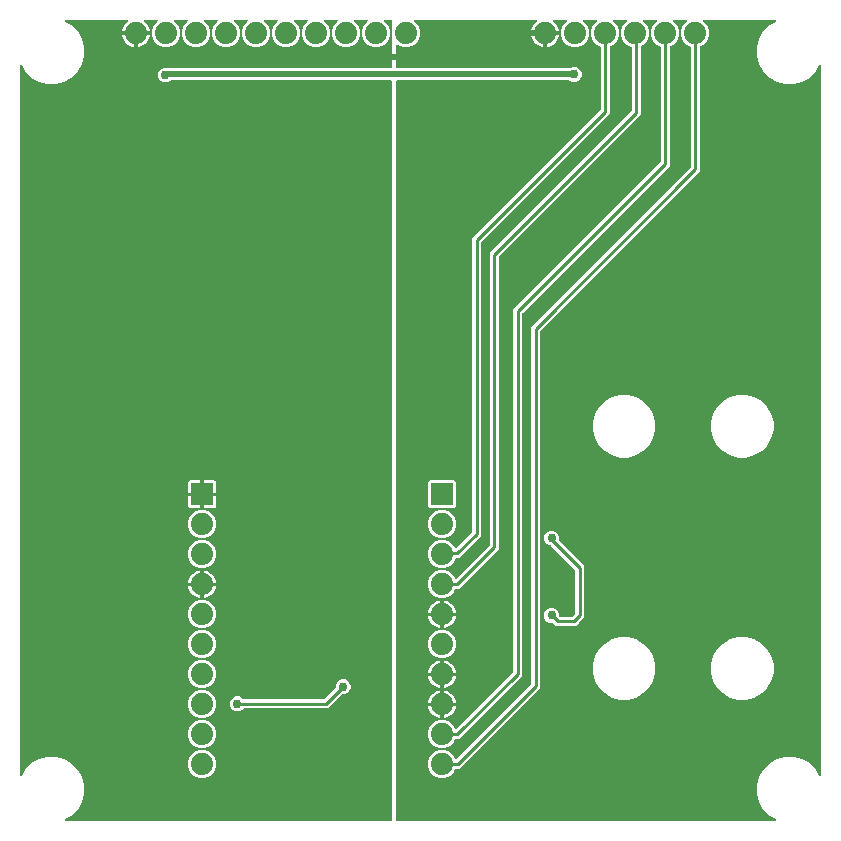
<source format=gbr>
G04 EAGLE Gerber RS-274X export*
G75*
%MOMM*%
%FSLAX34Y34*%
%LPD*%
%INBottom Copper*%
%IPPOS*%
%AMOC8*
5,1,8,0,0,1.08239X$1,22.5*%
G01*
%ADD10R,1.879600X1.879600*%
%ADD11C,1.879600*%
%ADD12C,0.756400*%
%ADD13C,0.254000*%
%ADD14C,0.508000*%

G36*
X650418Y10930D02*
X650418Y10930D01*
X650466Y10929D01*
X650539Y10950D01*
X650613Y10962D01*
X650656Y10985D01*
X650702Y10999D01*
X650764Y11042D01*
X650831Y11078D01*
X650864Y11112D01*
X650903Y11140D01*
X650948Y11201D01*
X651000Y11256D01*
X651020Y11299D01*
X651049Y11338D01*
X651072Y11410D01*
X651104Y11479D01*
X651109Y11527D01*
X651124Y11572D01*
X651123Y11648D01*
X651131Y11723D01*
X651121Y11770D01*
X651120Y11818D01*
X651095Y11890D01*
X651079Y11964D01*
X651054Y12005D01*
X651038Y12050D01*
X650991Y12110D01*
X650953Y12175D01*
X650916Y12206D01*
X650887Y12244D01*
X650783Y12320D01*
X650766Y12335D01*
X650759Y12337D01*
X650751Y12343D01*
X645516Y15366D01*
X640366Y20516D01*
X636724Y26823D01*
X634839Y33858D01*
X634839Y41142D01*
X636724Y48177D01*
X640366Y54484D01*
X645516Y59634D01*
X651823Y63276D01*
X658858Y65161D01*
X666142Y65161D01*
X673177Y63276D01*
X679484Y59634D01*
X684634Y54484D01*
X687657Y49249D01*
X687687Y49212D01*
X687710Y49169D01*
X687764Y49117D01*
X687813Y49058D01*
X687853Y49033D01*
X687888Y49000D01*
X687957Y48968D01*
X688021Y48928D01*
X688068Y48916D01*
X688111Y48896D01*
X688186Y48888D01*
X688260Y48870D01*
X688308Y48874D01*
X688355Y48869D01*
X688430Y48885D01*
X688505Y48892D01*
X688549Y48911D01*
X688596Y48921D01*
X688661Y48960D01*
X688730Y48991D01*
X688766Y49023D01*
X688807Y49047D01*
X688856Y49105D01*
X688912Y49156D01*
X688936Y49198D01*
X688967Y49234D01*
X688995Y49305D01*
X689032Y49371D01*
X689041Y49418D01*
X689059Y49463D01*
X689073Y49591D01*
X689077Y49613D01*
X689076Y49619D01*
X689077Y49629D01*
X689077Y650371D01*
X689070Y650418D01*
X689071Y650466D01*
X689050Y650539D01*
X689038Y650613D01*
X689015Y650656D01*
X689001Y650702D01*
X688958Y650764D01*
X688922Y650831D01*
X688888Y650864D01*
X688860Y650903D01*
X688799Y650948D01*
X688744Y651000D01*
X688701Y651020D01*
X688662Y651049D01*
X688590Y651072D01*
X688521Y651104D01*
X688473Y651109D01*
X688428Y651124D01*
X688352Y651123D01*
X688277Y651131D01*
X688230Y651121D01*
X688182Y651120D01*
X688110Y651095D01*
X688036Y651079D01*
X687995Y651054D01*
X687950Y651038D01*
X687890Y650991D01*
X687825Y650953D01*
X687794Y650916D01*
X687756Y650887D01*
X687680Y650783D01*
X687665Y650766D01*
X687663Y650759D01*
X687657Y650751D01*
X684634Y645516D01*
X679484Y640366D01*
X673177Y636724D01*
X666142Y634839D01*
X658858Y634839D01*
X651823Y636724D01*
X645516Y640366D01*
X640366Y645516D01*
X636724Y651823D01*
X634839Y658858D01*
X634839Y666142D01*
X636724Y673177D01*
X640366Y679484D01*
X645516Y684634D01*
X650751Y687657D01*
X650788Y687687D01*
X650831Y687710D01*
X650883Y687764D01*
X650942Y687813D01*
X650967Y687853D01*
X651000Y687888D01*
X651032Y687957D01*
X651072Y688021D01*
X651084Y688068D01*
X651104Y688111D01*
X651112Y688186D01*
X651130Y688260D01*
X651126Y688308D01*
X651131Y688355D01*
X651115Y688430D01*
X651108Y688505D01*
X651089Y688549D01*
X651079Y688596D01*
X651040Y688661D01*
X651009Y688730D01*
X650977Y688766D01*
X650953Y688807D01*
X650895Y688856D01*
X650844Y688912D01*
X650802Y688936D01*
X650766Y688967D01*
X650695Y688995D01*
X650629Y689032D01*
X650582Y689041D01*
X650537Y689059D01*
X650409Y689073D01*
X650387Y689077D01*
X650381Y689076D01*
X650371Y689077D01*
X590144Y689077D01*
X590074Y689066D01*
X590002Y689064D01*
X589953Y689046D01*
X589902Y689038D01*
X589838Y689004D01*
X589771Y688979D01*
X589730Y688947D01*
X589684Y688922D01*
X589635Y688870D01*
X589579Y688826D01*
X589551Y688782D01*
X589515Y688744D01*
X589485Y688679D01*
X589446Y688619D01*
X589433Y688568D01*
X589411Y688521D01*
X589403Y688450D01*
X589386Y688380D01*
X589390Y688328D01*
X589384Y688277D01*
X589399Y688206D01*
X589405Y688135D01*
X589425Y688087D01*
X589436Y688036D01*
X589473Y687975D01*
X589501Y687909D01*
X589546Y687853D01*
X589563Y687825D01*
X589580Y687810D01*
X589606Y687778D01*
X592621Y684763D01*
X594439Y680375D01*
X594439Y675625D01*
X592621Y671237D01*
X589263Y667879D01*
X586781Y666851D01*
X586681Y666789D01*
X586581Y666729D01*
X586577Y666724D01*
X586572Y666721D01*
X586497Y666631D01*
X586421Y666542D01*
X586419Y666536D01*
X586415Y666532D01*
X586373Y666424D01*
X586329Y666314D01*
X586328Y666307D01*
X586327Y666302D01*
X586326Y666284D01*
X586311Y666147D01*
X586311Y560922D01*
X451534Y426144D01*
X451481Y426071D01*
X451421Y426001D01*
X451409Y425971D01*
X451390Y425945D01*
X451363Y425858D01*
X451329Y425773D01*
X451325Y425732D01*
X451318Y425710D01*
X451319Y425677D01*
X451311Y425606D01*
X451311Y123422D01*
X383078Y55189D01*
X380094Y55189D01*
X379979Y55170D01*
X379863Y55153D01*
X379857Y55151D01*
X379851Y55150D01*
X379749Y55095D01*
X379644Y55042D01*
X379639Y55037D01*
X379634Y55034D01*
X379554Y54950D01*
X379472Y54866D01*
X379468Y54860D01*
X379464Y54856D01*
X379457Y54839D01*
X379391Y54719D01*
X378321Y52137D01*
X374963Y48779D01*
X370575Y46961D01*
X365825Y46961D01*
X361437Y48779D01*
X358079Y52137D01*
X356261Y56525D01*
X356261Y61275D01*
X358079Y65663D01*
X361437Y69021D01*
X365825Y70839D01*
X370575Y70839D01*
X374963Y69021D01*
X378321Y65663D01*
X379189Y63567D01*
X379213Y63528D01*
X379229Y63485D01*
X379278Y63424D01*
X379319Y63358D01*
X379354Y63329D01*
X379383Y63293D01*
X379448Y63251D01*
X379508Y63201D01*
X379551Y63185D01*
X379590Y63160D01*
X379665Y63141D01*
X379738Y63113D01*
X379784Y63111D01*
X379828Y63100D01*
X379906Y63106D01*
X379984Y63103D01*
X380028Y63115D01*
X380074Y63119D01*
X380145Y63149D01*
X380220Y63171D01*
X380258Y63197D01*
X380300Y63215D01*
X380407Y63301D01*
X380422Y63311D01*
X380425Y63315D01*
X380431Y63320D01*
X443466Y126356D01*
X443519Y126429D01*
X443579Y126499D01*
X443591Y126529D01*
X443610Y126555D01*
X443637Y126642D01*
X443671Y126727D01*
X443675Y126768D01*
X443682Y126790D01*
X443681Y126823D01*
X443689Y126894D01*
X443689Y429078D01*
X578466Y563856D01*
X578515Y563923D01*
X578515Y563924D01*
X578519Y563929D01*
X578579Y563999D01*
X578591Y564029D01*
X578610Y564055D01*
X578637Y564142D01*
X578671Y564227D01*
X578675Y564268D01*
X578682Y564290D01*
X578681Y564323D01*
X578689Y564394D01*
X578689Y666147D01*
X578670Y666262D01*
X578653Y666378D01*
X578651Y666384D01*
X578650Y666390D01*
X578595Y666493D01*
X578542Y666598D01*
X578537Y666602D01*
X578534Y666608D01*
X578450Y666687D01*
X578366Y666770D01*
X578360Y666773D01*
X578356Y666777D01*
X578339Y666785D01*
X578219Y666851D01*
X575737Y667879D01*
X572379Y671237D01*
X570561Y675625D01*
X570561Y680375D01*
X572379Y684763D01*
X575394Y687778D01*
X575436Y687836D01*
X575485Y687888D01*
X575507Y687935D01*
X575537Y687977D01*
X575558Y688046D01*
X575589Y688111D01*
X575594Y688163D01*
X575610Y688213D01*
X575608Y688284D01*
X575616Y688355D01*
X575605Y688406D01*
X575603Y688458D01*
X575579Y688526D01*
X575564Y688596D01*
X575537Y688641D01*
X575519Y688689D01*
X575474Y688745D01*
X575437Y688807D01*
X575398Y688841D01*
X575365Y688881D01*
X575305Y688920D01*
X575250Y688967D01*
X575202Y688986D01*
X575158Y689014D01*
X575089Y689032D01*
X575022Y689059D01*
X574951Y689067D01*
X574920Y689075D01*
X574896Y689073D01*
X574856Y689077D01*
X564744Y689077D01*
X564674Y689066D01*
X564602Y689064D01*
X564553Y689046D01*
X564502Y689038D01*
X564438Y689004D01*
X564371Y688979D01*
X564330Y688947D01*
X564284Y688922D01*
X564235Y688870D01*
X564179Y688826D01*
X564151Y688782D01*
X564115Y688744D01*
X564085Y688679D01*
X564046Y688619D01*
X564033Y688568D01*
X564011Y688521D01*
X564003Y688450D01*
X563986Y688380D01*
X563990Y688328D01*
X563984Y688277D01*
X563999Y688206D01*
X564005Y688135D01*
X564025Y688087D01*
X564036Y688036D01*
X564073Y687975D01*
X564101Y687909D01*
X564146Y687853D01*
X564163Y687825D01*
X564180Y687810D01*
X564206Y687778D01*
X567221Y684763D01*
X569039Y680375D01*
X569039Y675625D01*
X567221Y671237D01*
X563863Y667879D01*
X561381Y666851D01*
X561281Y666789D01*
X561181Y666729D01*
X561177Y666724D01*
X561172Y666721D01*
X561097Y666631D01*
X561021Y666542D01*
X561019Y666536D01*
X561015Y666532D01*
X560973Y666424D01*
X560929Y666314D01*
X560928Y666307D01*
X560927Y666302D01*
X560926Y666284D01*
X560911Y666147D01*
X560911Y565522D01*
X436534Y441144D01*
X436481Y441071D01*
X436421Y441001D01*
X436409Y440971D01*
X436390Y440945D01*
X436363Y440858D01*
X436329Y440773D01*
X436325Y440732D01*
X436318Y440710D01*
X436319Y440677D01*
X436311Y440606D01*
X436311Y133922D01*
X382878Y80489D01*
X380053Y80489D01*
X379938Y80470D01*
X379822Y80453D01*
X379816Y80451D01*
X379810Y80450D01*
X379707Y80395D01*
X379602Y80342D01*
X379598Y80337D01*
X379592Y80334D01*
X379513Y80250D01*
X379430Y80166D01*
X379427Y80160D01*
X379423Y80156D01*
X379415Y80139D01*
X379349Y80019D01*
X378321Y77537D01*
X374963Y74179D01*
X370575Y72361D01*
X365825Y72361D01*
X361437Y74179D01*
X358079Y77537D01*
X356261Y81925D01*
X356261Y86675D01*
X358079Y91063D01*
X361437Y94421D01*
X365825Y96239D01*
X370575Y96239D01*
X374963Y94421D01*
X378321Y91063D01*
X379160Y89038D01*
X379184Y88999D01*
X379200Y88956D01*
X379247Y88897D01*
X379280Y88841D01*
X379284Y88837D01*
X379290Y88829D01*
X379325Y88799D01*
X379354Y88764D01*
X379419Y88721D01*
X379437Y88706D01*
X379467Y88681D01*
X379469Y88680D01*
X379479Y88672D01*
X379522Y88655D01*
X379561Y88631D01*
X379636Y88612D01*
X379709Y88584D01*
X379755Y88582D01*
X379799Y88570D01*
X379835Y88573D01*
X379862Y88570D01*
X379866Y88570D01*
X379899Y88576D01*
X379954Y88573D01*
X379999Y88586D01*
X380044Y88590D01*
X380082Y88606D01*
X380108Y88610D01*
X380142Y88628D01*
X380191Y88642D01*
X380228Y88668D01*
X380271Y88686D01*
X380307Y88715D01*
X380326Y88725D01*
X380346Y88746D01*
X380377Y88771D01*
X380393Y88782D01*
X380396Y88786D01*
X380402Y88791D01*
X428466Y136856D01*
X428519Y136929D01*
X428579Y136999D01*
X428591Y137029D01*
X428610Y137055D01*
X428637Y137142D01*
X428671Y137227D01*
X428675Y137268D01*
X428682Y137290D01*
X428681Y137323D01*
X428689Y137394D01*
X428689Y444078D01*
X553066Y568456D01*
X553119Y568529D01*
X553179Y568599D01*
X553191Y568629D01*
X553210Y568655D01*
X553237Y568742D01*
X553271Y568827D01*
X553275Y568868D01*
X553282Y568890D01*
X553281Y568923D01*
X553289Y568994D01*
X553289Y666147D01*
X553270Y666262D01*
X553253Y666378D01*
X553251Y666384D01*
X553250Y666390D01*
X553195Y666493D01*
X553142Y666598D01*
X553137Y666602D01*
X553134Y666608D01*
X553050Y666687D01*
X552966Y666770D01*
X552960Y666773D01*
X552956Y666777D01*
X552939Y666785D01*
X552819Y666851D01*
X550337Y667879D01*
X546979Y671237D01*
X545161Y675625D01*
X545161Y680375D01*
X546979Y684763D01*
X549994Y687778D01*
X550036Y687836D01*
X550085Y687888D01*
X550107Y687935D01*
X550137Y687977D01*
X550158Y688046D01*
X550189Y688111D01*
X550194Y688163D01*
X550210Y688213D01*
X550208Y688284D01*
X550216Y688355D01*
X550205Y688406D01*
X550203Y688458D01*
X550179Y688526D01*
X550164Y688596D01*
X550137Y688641D01*
X550119Y688689D01*
X550074Y688745D01*
X550037Y688807D01*
X549998Y688841D01*
X549965Y688881D01*
X549905Y688920D01*
X549850Y688967D01*
X549802Y688986D01*
X549758Y689014D01*
X549689Y689032D01*
X549622Y689059D01*
X549551Y689067D01*
X549520Y689075D01*
X549496Y689073D01*
X549456Y689077D01*
X539344Y689077D01*
X539274Y689066D01*
X539202Y689064D01*
X539153Y689046D01*
X539102Y689038D01*
X539038Y689004D01*
X538971Y688979D01*
X538930Y688947D01*
X538884Y688922D01*
X538835Y688870D01*
X538779Y688826D01*
X538751Y688782D01*
X538715Y688744D01*
X538685Y688679D01*
X538646Y688619D01*
X538633Y688568D01*
X538611Y688521D01*
X538603Y688450D01*
X538586Y688380D01*
X538590Y688328D01*
X538584Y688277D01*
X538599Y688206D01*
X538605Y688135D01*
X538625Y688087D01*
X538636Y688036D01*
X538673Y687975D01*
X538701Y687909D01*
X538746Y687853D01*
X538763Y687825D01*
X538780Y687810D01*
X538806Y687778D01*
X541821Y684763D01*
X543639Y680375D01*
X543639Y675625D01*
X541821Y671237D01*
X538463Y667879D01*
X536781Y667182D01*
X536681Y667121D01*
X536581Y667061D01*
X536577Y667056D01*
X536572Y667052D01*
X536497Y666962D01*
X536421Y666874D01*
X536419Y666868D01*
X536415Y666863D01*
X536373Y666755D01*
X536329Y666646D01*
X536328Y666638D01*
X536327Y666633D01*
X536326Y666615D01*
X536311Y666479D01*
X536311Y608922D01*
X416534Y489144D01*
X416481Y489071D01*
X416421Y489001D01*
X416409Y488971D01*
X416390Y488945D01*
X416363Y488858D01*
X416329Y488773D01*
X416325Y488732D01*
X416318Y488710D01*
X416319Y488677D01*
X416311Y488606D01*
X416311Y241422D01*
X382328Y207439D01*
X380032Y207439D01*
X379917Y207420D01*
X379801Y207403D01*
X379795Y207401D01*
X379789Y207400D01*
X379686Y207345D01*
X379582Y207292D01*
X379577Y207287D01*
X379572Y207284D01*
X379492Y207200D01*
X379409Y207116D01*
X379406Y207110D01*
X379402Y207106D01*
X379395Y207089D01*
X379329Y206969D01*
X378321Y204537D01*
X374963Y201179D01*
X370575Y199361D01*
X365825Y199361D01*
X361437Y201179D01*
X358079Y204537D01*
X356261Y208925D01*
X356261Y213675D01*
X358079Y218063D01*
X361437Y221421D01*
X365825Y223239D01*
X370575Y223239D01*
X374963Y221421D01*
X378321Y218063D01*
X379014Y216391D01*
X379038Y216352D01*
X379053Y216309D01*
X379102Y216248D01*
X379143Y216182D01*
X379178Y216153D01*
X379207Y216117D01*
X379273Y216075D01*
X379333Y216025D01*
X379375Y216009D01*
X379414Y215984D01*
X379490Y215965D01*
X379562Y215937D01*
X379608Y215935D01*
X379653Y215924D01*
X379730Y215930D01*
X379808Y215927D01*
X379852Y215940D01*
X379898Y215943D01*
X379969Y215974D01*
X380044Y215995D01*
X380082Y216022D01*
X380124Y216039D01*
X380231Y216125D01*
X380246Y216136D01*
X380249Y216140D01*
X380255Y216144D01*
X408466Y244356D01*
X408519Y244429D01*
X408579Y244499D01*
X408591Y244529D01*
X408610Y244555D01*
X408637Y244642D01*
X408671Y244727D01*
X408675Y244768D01*
X408682Y244790D01*
X408681Y244823D01*
X408689Y244894D01*
X408689Y492078D01*
X528466Y611856D01*
X528519Y611929D01*
X528579Y611999D01*
X528591Y612029D01*
X528610Y612055D01*
X528637Y612142D01*
X528671Y612227D01*
X528675Y612268D01*
X528682Y612290D01*
X528681Y612323D01*
X528689Y612394D01*
X528689Y665816D01*
X528671Y665930D01*
X528653Y666047D01*
X528651Y666053D01*
X528650Y666059D01*
X528595Y666161D01*
X528542Y666266D01*
X528537Y666271D01*
X528534Y666276D01*
X528450Y666356D01*
X528366Y666438D01*
X528360Y666442D01*
X528356Y666446D01*
X528339Y666453D01*
X528219Y666519D01*
X524937Y667879D01*
X521579Y671237D01*
X519761Y675625D01*
X519761Y680375D01*
X521579Y684763D01*
X524594Y687778D01*
X524636Y687836D01*
X524685Y687888D01*
X524707Y687935D01*
X524737Y687977D01*
X524758Y688046D01*
X524789Y688111D01*
X524794Y688163D01*
X524810Y688213D01*
X524808Y688284D01*
X524816Y688355D01*
X524805Y688406D01*
X524803Y688458D01*
X524779Y688526D01*
X524764Y688596D01*
X524737Y688641D01*
X524719Y688689D01*
X524674Y688745D01*
X524637Y688807D01*
X524598Y688841D01*
X524565Y688881D01*
X524505Y688920D01*
X524450Y688967D01*
X524402Y688986D01*
X524358Y689014D01*
X524289Y689032D01*
X524222Y689059D01*
X524151Y689067D01*
X524120Y689075D01*
X524096Y689073D01*
X524056Y689077D01*
X513944Y689077D01*
X513874Y689066D01*
X513802Y689064D01*
X513753Y689046D01*
X513702Y689038D01*
X513638Y689004D01*
X513571Y688979D01*
X513530Y688947D01*
X513484Y688922D01*
X513435Y688870D01*
X513379Y688826D01*
X513351Y688782D01*
X513315Y688744D01*
X513285Y688679D01*
X513246Y688619D01*
X513233Y688568D01*
X513211Y688521D01*
X513203Y688450D01*
X513186Y688380D01*
X513190Y688328D01*
X513184Y688277D01*
X513199Y688206D01*
X513205Y688135D01*
X513225Y688087D01*
X513236Y688036D01*
X513273Y687975D01*
X513301Y687909D01*
X513346Y687853D01*
X513363Y687825D01*
X513380Y687810D01*
X513406Y687778D01*
X516421Y684763D01*
X518239Y680375D01*
X518239Y675625D01*
X516421Y671237D01*
X513063Y667879D01*
X510581Y666851D01*
X510481Y666789D01*
X510381Y666729D01*
X510377Y666724D01*
X510372Y666721D01*
X510297Y666631D01*
X510221Y666542D01*
X510219Y666536D01*
X510215Y666532D01*
X510173Y666424D01*
X510129Y666314D01*
X510128Y666307D01*
X510127Y666302D01*
X510126Y666284D01*
X510111Y666147D01*
X510111Y609722D01*
X401534Y501144D01*
X401481Y501071D01*
X401421Y501001D01*
X401409Y500971D01*
X401390Y500945D01*
X401363Y500858D01*
X401329Y500773D01*
X401325Y500732D01*
X401318Y500710D01*
X401319Y500677D01*
X401311Y500606D01*
X401311Y252422D01*
X382578Y233689D01*
X380384Y233689D01*
X380269Y233670D01*
X380153Y233653D01*
X380147Y233651D01*
X380141Y233650D01*
X380039Y233595D01*
X379934Y233542D01*
X379929Y233537D01*
X379924Y233534D01*
X379844Y233450D01*
X379762Y233366D01*
X379758Y233360D01*
X379754Y233356D01*
X379747Y233339D01*
X379681Y233219D01*
X378321Y229937D01*
X374963Y226579D01*
X370575Y224761D01*
X365825Y224761D01*
X361437Y226579D01*
X358079Y229937D01*
X356261Y234325D01*
X356261Y239075D01*
X358079Y243463D01*
X361437Y246821D01*
X365825Y248639D01*
X370575Y248639D01*
X374963Y246821D01*
X378321Y243463D01*
X378838Y242216D01*
X378862Y242176D01*
X378878Y242133D01*
X378926Y242073D01*
X378967Y242006D01*
X379003Y241977D01*
X379031Y241941D01*
X379097Y241899D01*
X379157Y241850D01*
X379200Y241833D01*
X379238Y241808D01*
X379314Y241789D01*
X379386Y241761D01*
X379432Y241760D01*
X379477Y241748D01*
X379554Y241754D01*
X379632Y241751D01*
X379676Y241764D01*
X379722Y241767D01*
X379794Y241798D01*
X379868Y241820D01*
X379906Y241846D01*
X379948Y241864D01*
X380055Y241949D01*
X380071Y241960D01*
X380074Y241964D01*
X380079Y241969D01*
X393466Y255356D01*
X393519Y255429D01*
X393579Y255499D01*
X393591Y255529D01*
X393610Y255555D01*
X393637Y255642D01*
X393671Y255727D01*
X393675Y255768D01*
X393682Y255790D01*
X393681Y255823D01*
X393689Y255894D01*
X393689Y504078D01*
X502266Y612656D01*
X502319Y612729D01*
X502379Y612799D01*
X502391Y612829D01*
X502410Y612855D01*
X502437Y612942D01*
X502471Y613027D01*
X502475Y613068D01*
X502482Y613090D01*
X502481Y613123D01*
X502489Y613194D01*
X502489Y666147D01*
X502470Y666262D01*
X502453Y666378D01*
X502451Y666384D01*
X502450Y666390D01*
X502395Y666493D01*
X502342Y666598D01*
X502337Y666602D01*
X502334Y666608D01*
X502250Y666687D01*
X502166Y666770D01*
X502160Y666773D01*
X502156Y666777D01*
X502139Y666785D01*
X502019Y666851D01*
X499537Y667879D01*
X496179Y671237D01*
X494361Y675625D01*
X494361Y680375D01*
X496179Y684763D01*
X499194Y687778D01*
X499236Y687836D01*
X499285Y687888D01*
X499307Y687935D01*
X499337Y687977D01*
X499358Y688046D01*
X499389Y688111D01*
X499394Y688163D01*
X499410Y688213D01*
X499408Y688284D01*
X499416Y688355D01*
X499405Y688406D01*
X499403Y688458D01*
X499379Y688526D01*
X499364Y688596D01*
X499337Y688641D01*
X499319Y688689D01*
X499274Y688745D01*
X499237Y688807D01*
X499198Y688841D01*
X499165Y688881D01*
X499105Y688920D01*
X499050Y688967D01*
X499002Y688986D01*
X498958Y689014D01*
X498889Y689032D01*
X498822Y689059D01*
X498751Y689067D01*
X498720Y689075D01*
X498696Y689073D01*
X498656Y689077D01*
X488544Y689077D01*
X488474Y689066D01*
X488402Y689064D01*
X488353Y689046D01*
X488302Y689038D01*
X488238Y689004D01*
X488171Y688979D01*
X488130Y688947D01*
X488084Y688922D01*
X488035Y688870D01*
X487979Y688826D01*
X487951Y688782D01*
X487915Y688744D01*
X487885Y688679D01*
X487846Y688619D01*
X487833Y688568D01*
X487811Y688521D01*
X487803Y688450D01*
X487786Y688380D01*
X487790Y688328D01*
X487784Y688277D01*
X487799Y688206D01*
X487805Y688135D01*
X487825Y688087D01*
X487836Y688036D01*
X487873Y687975D01*
X487901Y687909D01*
X487946Y687853D01*
X487963Y687825D01*
X487980Y687810D01*
X488006Y687778D01*
X491021Y684763D01*
X492839Y680375D01*
X492839Y675625D01*
X491021Y671237D01*
X487663Y667879D01*
X483275Y666061D01*
X478525Y666061D01*
X474137Y667879D01*
X470779Y671237D01*
X468961Y675625D01*
X468961Y680375D01*
X470779Y684763D01*
X473794Y687778D01*
X473836Y687836D01*
X473885Y687888D01*
X473907Y687935D01*
X473937Y687977D01*
X473958Y688046D01*
X473989Y688111D01*
X473994Y688163D01*
X474010Y688213D01*
X474008Y688284D01*
X474016Y688355D01*
X474005Y688406D01*
X474003Y688458D01*
X473979Y688526D01*
X473964Y688596D01*
X473937Y688641D01*
X473919Y688689D01*
X473874Y688745D01*
X473837Y688807D01*
X473798Y688841D01*
X473765Y688881D01*
X473705Y688920D01*
X473650Y688967D01*
X473602Y688986D01*
X473558Y689014D01*
X473489Y689032D01*
X473422Y689059D01*
X473351Y689067D01*
X473320Y689075D01*
X473296Y689073D01*
X473256Y689077D01*
X462908Y689077D01*
X462900Y689076D01*
X462892Y689077D01*
X462778Y689056D01*
X462665Y689038D01*
X462658Y689034D01*
X462650Y689032D01*
X462549Y688976D01*
X462448Y688922D01*
X462442Y688917D01*
X462435Y688913D01*
X462357Y688828D01*
X462278Y688744D01*
X462275Y688737D01*
X462269Y688731D01*
X462223Y688625D01*
X462175Y688521D01*
X462174Y688513D01*
X462170Y688506D01*
X462160Y688391D01*
X462147Y688277D01*
X462149Y688269D01*
X462148Y688261D01*
X462175Y688148D01*
X462200Y688036D01*
X462204Y688029D01*
X462206Y688022D01*
X462267Y687923D01*
X462326Y687825D01*
X462332Y687820D01*
X462336Y687813D01*
X462460Y687700D01*
X463278Y687106D01*
X464606Y685778D01*
X465711Y684257D01*
X466564Y682583D01*
X467145Y680796D01*
X467346Y679523D01*
X456262Y679523D01*
X456242Y679520D01*
X456223Y679522D01*
X456121Y679500D01*
X456019Y679483D01*
X456002Y679474D01*
X455982Y679470D01*
X455893Y679417D01*
X455802Y679368D01*
X455788Y679354D01*
X455771Y679344D01*
X455704Y679265D01*
X455633Y679190D01*
X455624Y679172D01*
X455611Y679157D01*
X455573Y679061D01*
X455529Y678967D01*
X455527Y678947D01*
X455519Y678929D01*
X455501Y678762D01*
X455501Y677999D01*
X455499Y677999D01*
X455499Y678762D01*
X455496Y678782D01*
X455498Y678801D01*
X455476Y678903D01*
X455459Y679005D01*
X455450Y679022D01*
X455446Y679042D01*
X455393Y679131D01*
X455344Y679222D01*
X455330Y679236D01*
X455320Y679253D01*
X455241Y679320D01*
X455166Y679391D01*
X455148Y679400D01*
X455133Y679413D01*
X455037Y679452D01*
X454943Y679495D01*
X454923Y679497D01*
X454905Y679505D01*
X454738Y679523D01*
X443654Y679523D01*
X443855Y680796D01*
X444436Y682583D01*
X445289Y684257D01*
X446394Y685778D01*
X447722Y687106D01*
X448540Y687700D01*
X448545Y687706D01*
X448552Y687710D01*
X448631Y687793D01*
X448713Y687875D01*
X448716Y687882D01*
X448722Y687888D01*
X448770Y687992D01*
X448821Y688096D01*
X448822Y688104D01*
X448825Y688111D01*
X448838Y688225D01*
X448853Y688340D01*
X448852Y688348D01*
X448853Y688355D01*
X448828Y688468D01*
X448806Y688581D01*
X448802Y688588D01*
X448800Y688596D01*
X448741Y688695D01*
X448684Y688795D01*
X448678Y688800D01*
X448674Y688807D01*
X448586Y688882D01*
X448501Y688959D01*
X448493Y688962D01*
X448487Y688967D01*
X448380Y689010D01*
X448274Y689055D01*
X448266Y689056D01*
X448259Y689059D01*
X448092Y689077D01*
X345144Y689077D01*
X345074Y689066D01*
X345002Y689064D01*
X344953Y689046D01*
X344902Y689038D01*
X344838Y689004D01*
X344771Y688979D01*
X344730Y688947D01*
X344684Y688922D01*
X344635Y688870D01*
X344579Y688826D01*
X344551Y688782D01*
X344515Y688744D01*
X344485Y688679D01*
X344446Y688619D01*
X344433Y688568D01*
X344411Y688521D01*
X344403Y688450D01*
X344386Y688380D01*
X344390Y688328D01*
X344384Y688277D01*
X344399Y688206D01*
X344405Y688135D01*
X344425Y688087D01*
X344436Y688036D01*
X344473Y687975D01*
X344501Y687909D01*
X344546Y687853D01*
X344563Y687825D01*
X344580Y687810D01*
X344606Y687778D01*
X347621Y684763D01*
X349439Y680375D01*
X349439Y675625D01*
X347621Y671237D01*
X344263Y667879D01*
X339875Y666061D01*
X335125Y666061D01*
X330737Y667879D01*
X330538Y668078D01*
X330480Y668120D01*
X330428Y668169D01*
X330381Y668191D01*
X330339Y668221D01*
X330270Y668242D01*
X330205Y668273D01*
X330153Y668278D01*
X330104Y668294D01*
X330032Y668292D01*
X329961Y668300D01*
X329910Y668289D01*
X329858Y668287D01*
X329790Y668263D01*
X329720Y668247D01*
X329675Y668221D01*
X329627Y668203D01*
X329571Y668158D01*
X329509Y668121D01*
X329475Y668082D01*
X329435Y668049D01*
X329396Y667989D01*
X329349Y667934D01*
X329330Y667886D01*
X329302Y667842D01*
X329284Y667773D01*
X329257Y667706D01*
X329249Y667635D01*
X329241Y667604D01*
X329243Y667580D01*
X329239Y667540D01*
X329239Y648842D01*
X329241Y648826D01*
X329240Y648811D01*
X329240Y648808D01*
X329240Y648803D01*
X329262Y648701D01*
X329279Y648599D01*
X329288Y648582D01*
X329292Y648562D01*
X329345Y648473D01*
X329394Y648382D01*
X329408Y648368D01*
X329418Y648351D01*
X329497Y648284D01*
X329572Y648212D01*
X329590Y648204D01*
X329605Y648191D01*
X329701Y648152D01*
X329795Y648109D01*
X329815Y648107D01*
X329833Y648099D01*
X330000Y648081D01*
X475824Y648081D01*
X475914Y648095D01*
X476005Y648103D01*
X476034Y648115D01*
X476066Y648120D01*
X476147Y648163D01*
X476231Y648199D01*
X476263Y648225D01*
X476284Y648236D01*
X476291Y648243D01*
X476292Y648244D01*
X476308Y648260D01*
X476362Y648304D01*
X476418Y648360D01*
X478742Y649323D01*
X481258Y649323D01*
X483582Y648360D01*
X485360Y646582D01*
X486323Y644258D01*
X486323Y641742D01*
X485360Y639418D01*
X483582Y637640D01*
X481258Y636677D01*
X478742Y636677D01*
X476418Y637640D01*
X476362Y637696D01*
X476288Y637749D01*
X476219Y637809D01*
X476188Y637821D01*
X476162Y637840D01*
X476075Y637867D01*
X475990Y637901D01*
X475949Y637905D01*
X475927Y637912D01*
X475895Y637911D01*
X475824Y637919D01*
X330000Y637919D01*
X329980Y637916D01*
X329961Y637918D01*
X329859Y637896D01*
X329757Y637880D01*
X329740Y637870D01*
X329720Y637866D01*
X329631Y637813D01*
X329540Y637764D01*
X329526Y637750D01*
X329509Y637740D01*
X329442Y637661D01*
X329371Y637586D01*
X329362Y637568D01*
X329349Y637553D01*
X329310Y637457D01*
X329267Y637363D01*
X329265Y637343D01*
X329257Y637325D01*
X329239Y637158D01*
X329239Y11684D01*
X329242Y11664D01*
X329240Y11645D01*
X329262Y11543D01*
X329278Y11441D01*
X329288Y11424D01*
X329292Y11404D01*
X329345Y11315D01*
X329394Y11224D01*
X329408Y11210D01*
X329418Y11193D01*
X329497Y11126D01*
X329572Y11054D01*
X329590Y11046D01*
X329605Y11033D01*
X329701Y10994D01*
X329795Y10951D01*
X329815Y10949D01*
X329833Y10941D01*
X330000Y10923D01*
X650371Y10923D01*
X650418Y10930D01*
G37*
G36*
X325020Y10926D02*
X325020Y10926D01*
X325039Y10924D01*
X325141Y10946D01*
X325243Y10962D01*
X325260Y10972D01*
X325280Y10976D01*
X325369Y11029D01*
X325460Y11078D01*
X325474Y11092D01*
X325491Y11102D01*
X325558Y11181D01*
X325630Y11256D01*
X325638Y11274D01*
X325651Y11289D01*
X325690Y11385D01*
X325733Y11479D01*
X325735Y11499D01*
X325743Y11517D01*
X325761Y11684D01*
X325761Y637158D01*
X325758Y637178D01*
X325760Y637197D01*
X325738Y637299D01*
X325722Y637401D01*
X325712Y637418D01*
X325708Y637438D01*
X325655Y637527D01*
X325606Y637618D01*
X325592Y637632D01*
X325582Y637649D01*
X325503Y637716D01*
X325428Y637788D01*
X325410Y637796D01*
X325395Y637809D01*
X325299Y637848D01*
X325205Y637891D01*
X325185Y637893D01*
X325167Y637901D01*
X325000Y637919D01*
X138676Y637919D01*
X138586Y637905D01*
X138495Y637897D01*
X138465Y637885D01*
X138434Y637880D01*
X138353Y637837D01*
X138269Y637801D01*
X138237Y637775D01*
X138216Y637764D01*
X138194Y637741D01*
X138138Y637696D01*
X137582Y637140D01*
X135258Y636177D01*
X132742Y636177D01*
X130418Y637140D01*
X128640Y638918D01*
X127677Y641242D01*
X127677Y643758D01*
X128640Y646082D01*
X130418Y647860D01*
X132742Y648823D01*
X135258Y648823D01*
X136909Y648139D01*
X136973Y648124D01*
X137034Y648099D01*
X137117Y648090D01*
X137149Y648083D01*
X137168Y648084D01*
X137200Y648081D01*
X325000Y648081D01*
X325020Y648084D01*
X325039Y648082D01*
X325141Y648104D01*
X325243Y648120D01*
X325260Y648130D01*
X325280Y648134D01*
X325369Y648187D01*
X325460Y648236D01*
X325474Y648250D01*
X325491Y648260D01*
X325558Y648339D01*
X325630Y648414D01*
X325638Y648432D01*
X325651Y648447D01*
X325690Y648543D01*
X325733Y648637D01*
X325735Y648657D01*
X325743Y648675D01*
X325761Y648842D01*
X325761Y674991D01*
X325751Y675056D01*
X325750Y675121D01*
X325727Y675201D01*
X325722Y675234D01*
X325712Y675251D01*
X325703Y675282D01*
X325561Y675625D01*
X325561Y680375D01*
X325703Y680718D01*
X325718Y680781D01*
X325743Y680842D01*
X325752Y680925D01*
X325759Y680957D01*
X325758Y680976D01*
X325761Y681009D01*
X325761Y688316D01*
X325758Y688336D01*
X325760Y688355D01*
X325738Y688457D01*
X325722Y688559D01*
X325712Y688576D01*
X325708Y688596D01*
X325655Y688685D01*
X325606Y688776D01*
X325592Y688790D01*
X325582Y688807D01*
X325503Y688874D01*
X325428Y688946D01*
X325410Y688954D01*
X325395Y688967D01*
X325299Y689006D01*
X325205Y689049D01*
X325185Y689051D01*
X325167Y689059D01*
X325000Y689077D01*
X319744Y689077D01*
X319674Y689066D01*
X319602Y689064D01*
X319553Y689046D01*
X319502Y689038D01*
X319438Y689004D01*
X319371Y688979D01*
X319330Y688947D01*
X319284Y688922D01*
X319235Y688870D01*
X319179Y688826D01*
X319151Y688782D01*
X319115Y688744D01*
X319085Y688679D01*
X319046Y688619D01*
X319033Y688568D01*
X319011Y688521D01*
X319003Y688450D01*
X318986Y688380D01*
X318990Y688328D01*
X318984Y688277D01*
X318999Y688206D01*
X319005Y688135D01*
X319025Y688087D01*
X319036Y688036D01*
X319073Y687975D01*
X319101Y687909D01*
X319146Y687853D01*
X319163Y687825D01*
X319180Y687810D01*
X319206Y687778D01*
X322221Y684763D01*
X324039Y680375D01*
X324039Y675625D01*
X322221Y671237D01*
X318863Y667879D01*
X314475Y666061D01*
X309725Y666061D01*
X305337Y667879D01*
X301979Y671237D01*
X300161Y675625D01*
X300161Y680375D01*
X301979Y684763D01*
X304994Y687778D01*
X305036Y687836D01*
X305085Y687888D01*
X305107Y687935D01*
X305137Y687977D01*
X305158Y688046D01*
X305189Y688111D01*
X305194Y688163D01*
X305210Y688213D01*
X305208Y688284D01*
X305216Y688355D01*
X305205Y688406D01*
X305203Y688458D01*
X305179Y688526D01*
X305164Y688596D01*
X305137Y688641D01*
X305119Y688689D01*
X305074Y688745D01*
X305037Y688807D01*
X304998Y688841D01*
X304965Y688881D01*
X304905Y688920D01*
X304850Y688967D01*
X304802Y688986D01*
X304758Y689014D01*
X304689Y689032D01*
X304622Y689059D01*
X304551Y689067D01*
X304520Y689075D01*
X304496Y689073D01*
X304456Y689077D01*
X294344Y689077D01*
X294274Y689066D01*
X294202Y689064D01*
X294153Y689046D01*
X294102Y689038D01*
X294038Y689004D01*
X293971Y688979D01*
X293930Y688947D01*
X293884Y688922D01*
X293835Y688870D01*
X293779Y688826D01*
X293751Y688782D01*
X293715Y688744D01*
X293685Y688679D01*
X293646Y688619D01*
X293633Y688568D01*
X293611Y688521D01*
X293603Y688450D01*
X293586Y688380D01*
X293590Y688328D01*
X293584Y688277D01*
X293599Y688206D01*
X293605Y688135D01*
X293625Y688087D01*
X293636Y688036D01*
X293673Y687975D01*
X293701Y687909D01*
X293746Y687853D01*
X293763Y687825D01*
X293780Y687810D01*
X293806Y687778D01*
X296821Y684763D01*
X298639Y680375D01*
X298639Y675625D01*
X296821Y671237D01*
X293463Y667879D01*
X289075Y666061D01*
X284325Y666061D01*
X279937Y667879D01*
X276579Y671237D01*
X274761Y675625D01*
X274761Y680375D01*
X276579Y684763D01*
X279594Y687778D01*
X279636Y687836D01*
X279685Y687888D01*
X279707Y687935D01*
X279737Y687977D01*
X279758Y688046D01*
X279789Y688111D01*
X279794Y688163D01*
X279810Y688213D01*
X279808Y688284D01*
X279816Y688355D01*
X279805Y688406D01*
X279803Y688458D01*
X279779Y688526D01*
X279764Y688596D01*
X279737Y688641D01*
X279719Y688689D01*
X279674Y688745D01*
X279637Y688807D01*
X279598Y688841D01*
X279565Y688881D01*
X279505Y688920D01*
X279450Y688967D01*
X279402Y688986D01*
X279358Y689014D01*
X279289Y689032D01*
X279222Y689059D01*
X279151Y689067D01*
X279120Y689075D01*
X279096Y689073D01*
X279056Y689077D01*
X268944Y689077D01*
X268874Y689066D01*
X268802Y689064D01*
X268753Y689046D01*
X268702Y689038D01*
X268638Y689004D01*
X268571Y688979D01*
X268530Y688947D01*
X268484Y688922D01*
X268435Y688870D01*
X268379Y688826D01*
X268351Y688782D01*
X268315Y688744D01*
X268285Y688679D01*
X268246Y688619D01*
X268233Y688568D01*
X268211Y688521D01*
X268203Y688450D01*
X268186Y688380D01*
X268190Y688328D01*
X268184Y688277D01*
X268199Y688206D01*
X268205Y688135D01*
X268225Y688087D01*
X268236Y688036D01*
X268273Y687975D01*
X268301Y687909D01*
X268346Y687853D01*
X268363Y687825D01*
X268380Y687810D01*
X268406Y687778D01*
X271421Y684763D01*
X273239Y680375D01*
X273239Y675625D01*
X271421Y671237D01*
X268063Y667879D01*
X263675Y666061D01*
X258925Y666061D01*
X254537Y667879D01*
X251179Y671237D01*
X249361Y675625D01*
X249361Y680375D01*
X251179Y684763D01*
X254194Y687778D01*
X254236Y687836D01*
X254285Y687888D01*
X254307Y687935D01*
X254337Y687977D01*
X254358Y688046D01*
X254389Y688111D01*
X254394Y688163D01*
X254410Y688213D01*
X254408Y688284D01*
X254416Y688355D01*
X254405Y688406D01*
X254403Y688458D01*
X254379Y688526D01*
X254364Y688596D01*
X254337Y688641D01*
X254319Y688689D01*
X254274Y688745D01*
X254237Y688807D01*
X254198Y688841D01*
X254165Y688881D01*
X254105Y688920D01*
X254050Y688967D01*
X254002Y688986D01*
X253958Y689014D01*
X253889Y689032D01*
X253822Y689059D01*
X253751Y689067D01*
X253720Y689075D01*
X253696Y689073D01*
X253656Y689077D01*
X243544Y689077D01*
X243474Y689066D01*
X243402Y689064D01*
X243353Y689046D01*
X243302Y689038D01*
X243238Y689004D01*
X243171Y688979D01*
X243130Y688947D01*
X243084Y688922D01*
X243035Y688870D01*
X242979Y688826D01*
X242951Y688782D01*
X242915Y688744D01*
X242885Y688679D01*
X242846Y688619D01*
X242833Y688568D01*
X242811Y688521D01*
X242803Y688450D01*
X242786Y688380D01*
X242790Y688328D01*
X242784Y688277D01*
X242799Y688206D01*
X242805Y688135D01*
X242825Y688087D01*
X242836Y688036D01*
X242873Y687975D01*
X242901Y687909D01*
X242946Y687853D01*
X242963Y687825D01*
X242980Y687810D01*
X243006Y687778D01*
X246021Y684763D01*
X247839Y680375D01*
X247839Y675625D01*
X246021Y671237D01*
X242663Y667879D01*
X238275Y666061D01*
X233525Y666061D01*
X229137Y667879D01*
X225779Y671237D01*
X223961Y675625D01*
X223961Y680375D01*
X225779Y684763D01*
X228794Y687778D01*
X228836Y687836D01*
X228885Y687888D01*
X228907Y687935D01*
X228937Y687977D01*
X228958Y688046D01*
X228989Y688111D01*
X228994Y688163D01*
X229010Y688213D01*
X229008Y688284D01*
X229016Y688355D01*
X229005Y688406D01*
X229003Y688458D01*
X228979Y688526D01*
X228964Y688596D01*
X228937Y688641D01*
X228919Y688689D01*
X228874Y688745D01*
X228837Y688807D01*
X228798Y688841D01*
X228765Y688881D01*
X228705Y688920D01*
X228650Y688967D01*
X228602Y688986D01*
X228558Y689014D01*
X228489Y689032D01*
X228422Y689059D01*
X228351Y689067D01*
X228320Y689075D01*
X228296Y689073D01*
X228256Y689077D01*
X218144Y689077D01*
X218074Y689066D01*
X218002Y689064D01*
X217953Y689046D01*
X217902Y689038D01*
X217838Y689004D01*
X217771Y688979D01*
X217730Y688947D01*
X217684Y688922D01*
X217635Y688870D01*
X217579Y688826D01*
X217551Y688782D01*
X217515Y688744D01*
X217485Y688679D01*
X217446Y688619D01*
X217433Y688568D01*
X217411Y688521D01*
X217403Y688450D01*
X217386Y688380D01*
X217390Y688328D01*
X217384Y688277D01*
X217399Y688206D01*
X217405Y688135D01*
X217425Y688087D01*
X217436Y688036D01*
X217473Y687975D01*
X217501Y687909D01*
X217546Y687853D01*
X217563Y687825D01*
X217580Y687810D01*
X217606Y687778D01*
X220621Y684763D01*
X222439Y680375D01*
X222439Y675625D01*
X220621Y671237D01*
X217263Y667879D01*
X212875Y666061D01*
X208125Y666061D01*
X203737Y667879D01*
X200379Y671237D01*
X198561Y675625D01*
X198561Y680375D01*
X200379Y684763D01*
X203394Y687778D01*
X203436Y687836D01*
X203485Y687888D01*
X203507Y687935D01*
X203537Y687977D01*
X203558Y688046D01*
X203589Y688111D01*
X203594Y688163D01*
X203610Y688213D01*
X203608Y688284D01*
X203616Y688355D01*
X203605Y688406D01*
X203603Y688458D01*
X203579Y688526D01*
X203564Y688596D01*
X203537Y688641D01*
X203519Y688689D01*
X203474Y688745D01*
X203437Y688807D01*
X203398Y688841D01*
X203365Y688881D01*
X203305Y688920D01*
X203250Y688967D01*
X203202Y688986D01*
X203158Y689014D01*
X203089Y689032D01*
X203022Y689059D01*
X202951Y689067D01*
X202920Y689075D01*
X202896Y689073D01*
X202856Y689077D01*
X192744Y689077D01*
X192674Y689066D01*
X192602Y689064D01*
X192553Y689046D01*
X192502Y689038D01*
X192438Y689004D01*
X192371Y688979D01*
X192330Y688947D01*
X192284Y688922D01*
X192235Y688870D01*
X192179Y688826D01*
X192151Y688782D01*
X192115Y688744D01*
X192085Y688679D01*
X192046Y688619D01*
X192033Y688568D01*
X192011Y688521D01*
X192003Y688450D01*
X191986Y688380D01*
X191990Y688328D01*
X191984Y688277D01*
X191999Y688206D01*
X192005Y688135D01*
X192025Y688087D01*
X192036Y688036D01*
X192073Y687975D01*
X192101Y687909D01*
X192146Y687853D01*
X192163Y687825D01*
X192180Y687810D01*
X192206Y687778D01*
X195221Y684763D01*
X197039Y680375D01*
X197039Y675625D01*
X195221Y671237D01*
X191863Y667879D01*
X187475Y666061D01*
X182725Y666061D01*
X178337Y667879D01*
X174979Y671237D01*
X173161Y675625D01*
X173161Y680375D01*
X174979Y684763D01*
X177994Y687778D01*
X178036Y687836D01*
X178085Y687888D01*
X178107Y687935D01*
X178137Y687977D01*
X178158Y688046D01*
X178189Y688111D01*
X178194Y688163D01*
X178210Y688213D01*
X178208Y688284D01*
X178216Y688355D01*
X178205Y688406D01*
X178203Y688458D01*
X178179Y688526D01*
X178164Y688596D01*
X178137Y688641D01*
X178119Y688689D01*
X178074Y688745D01*
X178037Y688807D01*
X177998Y688841D01*
X177965Y688881D01*
X177905Y688920D01*
X177850Y688967D01*
X177802Y688986D01*
X177758Y689014D01*
X177689Y689032D01*
X177622Y689059D01*
X177551Y689067D01*
X177520Y689075D01*
X177496Y689073D01*
X177456Y689077D01*
X167344Y689077D01*
X167274Y689066D01*
X167202Y689064D01*
X167153Y689046D01*
X167102Y689038D01*
X167038Y689004D01*
X166971Y688979D01*
X166930Y688947D01*
X166884Y688922D01*
X166835Y688870D01*
X166779Y688826D01*
X166751Y688782D01*
X166715Y688744D01*
X166685Y688679D01*
X166646Y688619D01*
X166633Y688568D01*
X166611Y688521D01*
X166603Y688450D01*
X166586Y688380D01*
X166590Y688328D01*
X166584Y688277D01*
X166599Y688206D01*
X166605Y688135D01*
X166625Y688087D01*
X166636Y688036D01*
X166673Y687975D01*
X166701Y687909D01*
X166746Y687853D01*
X166763Y687825D01*
X166780Y687810D01*
X166806Y687778D01*
X169821Y684763D01*
X171639Y680375D01*
X171639Y675625D01*
X169821Y671237D01*
X166463Y667879D01*
X162075Y666061D01*
X157325Y666061D01*
X152937Y667879D01*
X149579Y671237D01*
X147761Y675625D01*
X147761Y680375D01*
X149579Y684763D01*
X152594Y687778D01*
X152636Y687836D01*
X152685Y687888D01*
X152707Y687935D01*
X152737Y687977D01*
X152758Y688046D01*
X152789Y688111D01*
X152794Y688163D01*
X152810Y688213D01*
X152808Y688284D01*
X152816Y688355D01*
X152805Y688406D01*
X152803Y688458D01*
X152779Y688526D01*
X152764Y688596D01*
X152737Y688641D01*
X152719Y688689D01*
X152674Y688745D01*
X152637Y688807D01*
X152598Y688841D01*
X152565Y688881D01*
X152505Y688920D01*
X152450Y688967D01*
X152402Y688986D01*
X152358Y689014D01*
X152289Y689032D01*
X152222Y689059D01*
X152151Y689067D01*
X152120Y689075D01*
X152096Y689073D01*
X152056Y689077D01*
X141944Y689077D01*
X141874Y689066D01*
X141802Y689064D01*
X141753Y689046D01*
X141702Y689038D01*
X141638Y689004D01*
X141571Y688979D01*
X141530Y688947D01*
X141484Y688922D01*
X141435Y688870D01*
X141379Y688826D01*
X141351Y688782D01*
X141315Y688744D01*
X141285Y688679D01*
X141246Y688619D01*
X141233Y688568D01*
X141211Y688521D01*
X141203Y688450D01*
X141186Y688380D01*
X141190Y688328D01*
X141184Y688277D01*
X141199Y688206D01*
X141205Y688135D01*
X141225Y688087D01*
X141236Y688036D01*
X141273Y687975D01*
X141301Y687909D01*
X141346Y687853D01*
X141363Y687825D01*
X141380Y687810D01*
X141406Y687778D01*
X144421Y684763D01*
X146239Y680375D01*
X146239Y675625D01*
X144421Y671237D01*
X141063Y667879D01*
X136675Y666061D01*
X131925Y666061D01*
X127537Y667879D01*
X124179Y671237D01*
X122361Y675625D01*
X122361Y680375D01*
X124179Y684763D01*
X127194Y687778D01*
X127236Y687836D01*
X127285Y687888D01*
X127307Y687935D01*
X127337Y687977D01*
X127358Y688046D01*
X127389Y688111D01*
X127394Y688163D01*
X127410Y688213D01*
X127408Y688284D01*
X127416Y688355D01*
X127405Y688406D01*
X127403Y688458D01*
X127379Y688526D01*
X127364Y688596D01*
X127337Y688641D01*
X127319Y688689D01*
X127274Y688745D01*
X127237Y688807D01*
X127198Y688841D01*
X127165Y688881D01*
X127105Y688920D01*
X127050Y688967D01*
X127002Y688986D01*
X126958Y689014D01*
X126889Y689032D01*
X126822Y689059D01*
X126751Y689067D01*
X126720Y689075D01*
X126696Y689073D01*
X126656Y689077D01*
X116308Y689077D01*
X116300Y689076D01*
X116292Y689077D01*
X116178Y689056D01*
X116065Y689038D01*
X116058Y689034D01*
X116050Y689032D01*
X115949Y688976D01*
X115848Y688922D01*
X115842Y688917D01*
X115835Y688913D01*
X115757Y688828D01*
X115678Y688744D01*
X115675Y688737D01*
X115669Y688731D01*
X115623Y688625D01*
X115575Y688521D01*
X115574Y688513D01*
X115570Y688506D01*
X115560Y688391D01*
X115547Y688277D01*
X115549Y688269D01*
X115548Y688261D01*
X115575Y688148D01*
X115600Y688036D01*
X115604Y688029D01*
X115606Y688022D01*
X115667Y687923D01*
X115726Y687825D01*
X115732Y687820D01*
X115736Y687813D01*
X115860Y687700D01*
X116678Y687106D01*
X118006Y685778D01*
X119111Y684257D01*
X119964Y682583D01*
X120545Y680796D01*
X120746Y679523D01*
X109662Y679523D01*
X109642Y679520D01*
X109623Y679522D01*
X109521Y679500D01*
X109419Y679483D01*
X109402Y679474D01*
X109382Y679470D01*
X109293Y679417D01*
X109202Y679368D01*
X109188Y679354D01*
X109171Y679344D01*
X109104Y679265D01*
X109033Y679190D01*
X109024Y679172D01*
X109011Y679157D01*
X108973Y679061D01*
X108929Y678967D01*
X108927Y678947D01*
X108919Y678929D01*
X108901Y678762D01*
X108901Y677999D01*
X108899Y677999D01*
X108899Y678762D01*
X108896Y678782D01*
X108898Y678801D01*
X108876Y678903D01*
X108859Y679005D01*
X108850Y679022D01*
X108846Y679042D01*
X108793Y679131D01*
X108744Y679222D01*
X108730Y679236D01*
X108720Y679253D01*
X108641Y679320D01*
X108566Y679391D01*
X108548Y679400D01*
X108533Y679413D01*
X108437Y679452D01*
X108343Y679495D01*
X108323Y679497D01*
X108305Y679505D01*
X108138Y679523D01*
X97054Y679523D01*
X97255Y680796D01*
X97836Y682583D01*
X98689Y684257D01*
X99794Y685778D01*
X101122Y687106D01*
X101940Y687700D01*
X101945Y687706D01*
X101952Y687710D01*
X102031Y687793D01*
X102113Y687875D01*
X102116Y687882D01*
X102122Y687888D01*
X102170Y687992D01*
X102221Y688096D01*
X102222Y688104D01*
X102225Y688111D01*
X102238Y688225D01*
X102253Y688340D01*
X102252Y688348D01*
X102253Y688355D01*
X102228Y688468D01*
X102206Y688581D01*
X102202Y688588D01*
X102200Y688596D01*
X102141Y688695D01*
X102084Y688795D01*
X102078Y688800D01*
X102074Y688807D01*
X101986Y688882D01*
X101901Y688959D01*
X101893Y688962D01*
X101887Y688967D01*
X101780Y689010D01*
X101674Y689055D01*
X101666Y689056D01*
X101659Y689059D01*
X101492Y689077D01*
X49629Y689077D01*
X49582Y689070D01*
X49534Y689071D01*
X49461Y689050D01*
X49387Y689038D01*
X49344Y689015D01*
X49298Y689001D01*
X49236Y688958D01*
X49169Y688922D01*
X49136Y688888D01*
X49097Y688860D01*
X49052Y688799D01*
X49000Y688744D01*
X48980Y688701D01*
X48951Y688662D01*
X48928Y688590D01*
X48896Y688521D01*
X48891Y688473D01*
X48876Y688428D01*
X48877Y688352D01*
X48869Y688277D01*
X48879Y688230D01*
X48880Y688182D01*
X48905Y688110D01*
X48921Y688036D01*
X48946Y687995D01*
X48962Y687950D01*
X49009Y687890D01*
X49047Y687825D01*
X49084Y687794D01*
X49113Y687756D01*
X49217Y687680D01*
X49234Y687665D01*
X49241Y687663D01*
X49249Y687657D01*
X54484Y684634D01*
X59634Y679484D01*
X63276Y673177D01*
X65161Y666142D01*
X65161Y658858D01*
X63276Y651823D01*
X59634Y645516D01*
X54484Y640366D01*
X48177Y636724D01*
X41142Y634839D01*
X33858Y634839D01*
X26823Y636724D01*
X20516Y640366D01*
X15366Y645516D01*
X12343Y650751D01*
X12313Y650788D01*
X12290Y650831D01*
X12236Y650883D01*
X12187Y650942D01*
X12147Y650967D01*
X12112Y651000D01*
X12043Y651032D01*
X11979Y651072D01*
X11932Y651084D01*
X11889Y651104D01*
X11814Y651112D01*
X11740Y651130D01*
X11692Y651126D01*
X11645Y651131D01*
X11570Y651115D01*
X11495Y651108D01*
X11451Y651089D01*
X11404Y651079D01*
X11339Y651040D01*
X11270Y651009D01*
X11234Y650977D01*
X11193Y650953D01*
X11144Y650895D01*
X11088Y650844D01*
X11064Y650802D01*
X11033Y650766D01*
X11005Y650695D01*
X10968Y650629D01*
X10959Y650582D01*
X10941Y650537D01*
X10927Y650409D01*
X10923Y650387D01*
X10924Y650381D01*
X10923Y650371D01*
X10923Y49629D01*
X10930Y49582D01*
X10929Y49534D01*
X10950Y49461D01*
X10962Y49387D01*
X10985Y49344D01*
X10999Y49298D01*
X11042Y49236D01*
X11078Y49169D01*
X11112Y49136D01*
X11140Y49097D01*
X11201Y49052D01*
X11256Y49000D01*
X11299Y48980D01*
X11338Y48951D01*
X11410Y48928D01*
X11479Y48896D01*
X11527Y48891D01*
X11572Y48876D01*
X11648Y48877D01*
X11723Y48869D01*
X11770Y48879D01*
X11818Y48880D01*
X11890Y48905D01*
X11964Y48921D01*
X12005Y48946D01*
X12050Y48962D01*
X12110Y49009D01*
X12175Y49047D01*
X12206Y49084D01*
X12244Y49113D01*
X12320Y49217D01*
X12335Y49234D01*
X12337Y49241D01*
X12343Y49249D01*
X15366Y54484D01*
X20516Y59634D01*
X26823Y63276D01*
X33858Y65161D01*
X41142Y65161D01*
X48177Y63276D01*
X54484Y59634D01*
X59634Y54484D01*
X63276Y48177D01*
X65161Y41142D01*
X65161Y33858D01*
X63276Y26823D01*
X59634Y20516D01*
X54484Y15366D01*
X49249Y12343D01*
X49212Y12313D01*
X49169Y12290D01*
X49117Y12236D01*
X49058Y12187D01*
X49033Y12147D01*
X49000Y12112D01*
X48968Y12043D01*
X48928Y11979D01*
X48916Y11932D01*
X48896Y11889D01*
X48888Y11814D01*
X48870Y11740D01*
X48874Y11692D01*
X48869Y11645D01*
X48885Y11570D01*
X48892Y11495D01*
X48911Y11451D01*
X48921Y11404D01*
X48960Y11339D01*
X48991Y11270D01*
X49023Y11234D01*
X49047Y11193D01*
X49105Y11144D01*
X49156Y11088D01*
X49198Y11064D01*
X49234Y11033D01*
X49305Y11005D01*
X49371Y10968D01*
X49418Y10959D01*
X49463Y10941D01*
X49591Y10927D01*
X49613Y10923D01*
X49619Y10924D01*
X49629Y10923D01*
X325000Y10923D01*
X325020Y10926D01*
G37*
%LPC*%
G36*
X519023Y318589D02*
X519023Y318589D01*
X512306Y320389D01*
X506283Y323866D01*
X501366Y328783D01*
X497889Y334806D01*
X496089Y341523D01*
X496089Y348477D01*
X497889Y355194D01*
X501366Y361217D01*
X506283Y366134D01*
X512306Y369611D01*
X519023Y371411D01*
X525977Y371411D01*
X532694Y369611D01*
X538717Y366134D01*
X543634Y361217D01*
X547111Y355194D01*
X548911Y348477D01*
X548911Y341523D01*
X547111Y334806D01*
X543634Y328783D01*
X538717Y323866D01*
X532694Y320389D01*
X525977Y318589D01*
X519023Y318589D01*
G37*
%LPD*%
%LPC*%
G36*
X619023Y318589D02*
X619023Y318589D01*
X612306Y320389D01*
X606283Y323866D01*
X601366Y328783D01*
X597889Y334806D01*
X596089Y341523D01*
X596089Y348477D01*
X597889Y355194D01*
X601366Y361217D01*
X606283Y366134D01*
X612306Y369611D01*
X619023Y371411D01*
X625977Y371411D01*
X632694Y369611D01*
X638717Y366134D01*
X643634Y361217D01*
X647111Y355194D01*
X648911Y348477D01*
X648911Y341523D01*
X647111Y334806D01*
X643634Y328783D01*
X638717Y323866D01*
X632694Y320389D01*
X625977Y318589D01*
X619023Y318589D01*
G37*
%LPD*%
%LPC*%
G36*
X619023Y113589D02*
X619023Y113589D01*
X612306Y115389D01*
X606283Y118866D01*
X601366Y123783D01*
X597889Y129806D01*
X596089Y136523D01*
X596089Y143477D01*
X597889Y150194D01*
X601366Y156217D01*
X606283Y161134D01*
X612306Y164611D01*
X619023Y166411D01*
X625977Y166411D01*
X632694Y164611D01*
X638717Y161134D01*
X643634Y156217D01*
X647111Y150194D01*
X648911Y143477D01*
X648911Y136523D01*
X647111Y129806D01*
X643634Y123783D01*
X638717Y118866D01*
X632694Y115389D01*
X625977Y113589D01*
X619023Y113589D01*
G37*
%LPD*%
%LPC*%
G36*
X519023Y113589D02*
X519023Y113589D01*
X512306Y115389D01*
X506283Y118866D01*
X501366Y123783D01*
X497889Y129806D01*
X496089Y136523D01*
X496089Y143477D01*
X497889Y150194D01*
X501366Y156217D01*
X506283Y161134D01*
X512306Y164611D01*
X519023Y166411D01*
X525977Y166411D01*
X532694Y164611D01*
X538717Y161134D01*
X543634Y156217D01*
X547111Y150194D01*
X548911Y143477D01*
X548911Y136523D01*
X547111Y129806D01*
X543634Y123783D01*
X538717Y118866D01*
X532694Y115389D01*
X525977Y113589D01*
X519023Y113589D01*
G37*
%LPD*%
%LPC*%
G36*
X464422Y176189D02*
X464422Y176189D01*
X462156Y178454D01*
X462083Y178507D01*
X462013Y178567D01*
X461983Y178579D01*
X461957Y178598D01*
X461870Y178625D01*
X461785Y178659D01*
X461744Y178663D01*
X461722Y178670D01*
X461689Y178669D01*
X461618Y178677D01*
X459742Y178677D01*
X457418Y179640D01*
X455640Y181418D01*
X454677Y183742D01*
X454677Y186258D01*
X455640Y188582D01*
X457418Y190360D01*
X459742Y191323D01*
X462258Y191323D01*
X464582Y190360D01*
X466360Y188582D01*
X467323Y186258D01*
X467323Y184572D01*
X467326Y184552D01*
X467324Y184533D01*
X467346Y184431D01*
X467362Y184329D01*
X467372Y184312D01*
X467376Y184292D01*
X467429Y184203D01*
X467478Y184112D01*
X467492Y184098D01*
X467502Y184081D01*
X467581Y184014D01*
X467656Y183942D01*
X467674Y183934D01*
X467689Y183921D01*
X467785Y183882D01*
X467879Y183839D01*
X467899Y183837D01*
X467917Y183829D01*
X468084Y183811D01*
X478106Y183811D01*
X478196Y183825D01*
X478287Y183833D01*
X478317Y183845D01*
X478349Y183850D01*
X478430Y183893D01*
X478514Y183929D01*
X478546Y183955D01*
X478566Y183966D01*
X478588Y183989D01*
X478645Y184034D01*
X480966Y186356D01*
X481019Y186430D01*
X481079Y186499D01*
X481091Y186529D01*
X481110Y186555D01*
X481137Y186642D01*
X481171Y186727D01*
X481175Y186768D01*
X481182Y186790D01*
X481181Y186823D01*
X481189Y186894D01*
X481189Y223106D01*
X481175Y223196D01*
X481167Y223287D01*
X481155Y223317D01*
X481150Y223349D01*
X481107Y223430D01*
X481071Y223514D01*
X481045Y223546D01*
X481034Y223566D01*
X481011Y223589D01*
X480966Y223645D01*
X460657Y243954D01*
X460583Y244007D01*
X460513Y244067D01*
X460483Y244079D01*
X460457Y244098D01*
X460370Y244125D01*
X460285Y244159D01*
X460244Y244163D01*
X460222Y244170D01*
X460190Y244169D01*
X460118Y244177D01*
X459742Y244177D01*
X457418Y245140D01*
X455640Y246918D01*
X454677Y249242D01*
X454677Y251758D01*
X455640Y254082D01*
X457418Y255860D01*
X459742Y256823D01*
X462258Y256823D01*
X464582Y255860D01*
X466360Y254082D01*
X467323Y251758D01*
X467323Y249242D01*
X467173Y248881D01*
X467146Y248768D01*
X467118Y248654D01*
X467118Y248647D01*
X467117Y248641D01*
X467128Y248525D01*
X467137Y248408D01*
X467139Y248403D01*
X467140Y248396D01*
X467188Y248289D01*
X467233Y248182D01*
X467238Y248176D01*
X467240Y248172D01*
X467253Y248158D01*
X467338Y248051D01*
X486355Y229034D01*
X486356Y229034D01*
X488811Y226578D01*
X488811Y183422D01*
X484034Y178645D01*
X484034Y178644D01*
X481578Y176189D01*
X464422Y176189D01*
G37*
%LPD*%
%LPC*%
G36*
X193742Y103677D02*
X193742Y103677D01*
X191418Y104640D01*
X189640Y106418D01*
X188677Y108742D01*
X188677Y111258D01*
X189640Y113582D01*
X191418Y115360D01*
X193742Y116323D01*
X196258Y116323D01*
X198582Y115360D01*
X199908Y114034D01*
X199982Y113981D01*
X200051Y113921D01*
X200082Y113909D01*
X200108Y113890D01*
X200195Y113863D01*
X200280Y113829D01*
X200321Y113825D01*
X200343Y113818D01*
X200375Y113819D01*
X200446Y113811D01*
X268106Y113811D01*
X268196Y113825D01*
X268287Y113833D01*
X268317Y113845D01*
X268349Y113850D01*
X268430Y113893D01*
X268514Y113929D01*
X268546Y113955D01*
X268566Y113966D01*
X268589Y113989D01*
X268644Y114034D01*
X277954Y123344D01*
X278007Y123417D01*
X278067Y123487D01*
X278079Y123517D01*
X278098Y123543D01*
X278125Y123630D01*
X278159Y123715D01*
X278163Y123756D01*
X278170Y123778D01*
X278169Y123811D01*
X278177Y123882D01*
X278177Y125758D01*
X279140Y128082D01*
X280918Y129860D01*
X283242Y130823D01*
X285758Y130823D01*
X288082Y129860D01*
X289860Y128082D01*
X290823Y125758D01*
X290823Y123242D01*
X289860Y120918D01*
X288082Y119140D01*
X285758Y118177D01*
X283882Y118177D01*
X283792Y118163D01*
X283701Y118155D01*
X283671Y118143D01*
X283639Y118138D01*
X283558Y118095D01*
X283474Y118059D01*
X283442Y118033D01*
X283422Y118022D01*
X283399Y117999D01*
X283344Y117954D01*
X271578Y106189D01*
X200446Y106189D01*
X200356Y106175D01*
X200265Y106167D01*
X200236Y106155D01*
X200204Y106150D01*
X200123Y106107D01*
X200039Y106071D01*
X200007Y106045D01*
X199986Y106034D01*
X199964Y106011D01*
X199908Y105966D01*
X198582Y104640D01*
X196258Y103677D01*
X193742Y103677D01*
G37*
%LPD*%
%LPC*%
G36*
X357750Y275561D02*
X357750Y275561D01*
X356261Y277050D01*
X356261Y297950D01*
X357750Y299439D01*
X378650Y299439D01*
X380139Y297950D01*
X380139Y277050D01*
X378650Y275561D01*
X357750Y275561D01*
G37*
%LPD*%
%LPC*%
G36*
X162625Y173961D02*
X162625Y173961D01*
X158237Y175779D01*
X154879Y179137D01*
X153061Y183525D01*
X153061Y188275D01*
X154879Y192663D01*
X158237Y196021D01*
X162625Y197839D01*
X167375Y197839D01*
X171763Y196021D01*
X175121Y192663D01*
X176939Y188275D01*
X176939Y183525D01*
X175121Y179137D01*
X171763Y175779D01*
X167375Y173961D01*
X162625Y173961D01*
G37*
%LPD*%
%LPC*%
G36*
X162625Y72361D02*
X162625Y72361D01*
X158237Y74179D01*
X154879Y77537D01*
X153061Y81925D01*
X153061Y86675D01*
X154879Y91063D01*
X158237Y94421D01*
X162625Y96239D01*
X167375Y96239D01*
X171763Y94421D01*
X175121Y91063D01*
X176939Y86675D01*
X176939Y81925D01*
X175121Y77537D01*
X171763Y74179D01*
X167375Y72361D01*
X162625Y72361D01*
G37*
%LPD*%
%LPC*%
G36*
X162625Y97761D02*
X162625Y97761D01*
X158237Y99579D01*
X154879Y102937D01*
X153061Y107325D01*
X153061Y112075D01*
X154879Y116463D01*
X158237Y119821D01*
X162625Y121639D01*
X167375Y121639D01*
X171763Y119821D01*
X175121Y116463D01*
X176939Y112075D01*
X176939Y107325D01*
X175121Y102937D01*
X171763Y99579D01*
X167375Y97761D01*
X162625Y97761D01*
G37*
%LPD*%
%LPC*%
G36*
X162625Y46961D02*
X162625Y46961D01*
X158237Y48779D01*
X154879Y52137D01*
X153061Y56525D01*
X153061Y61275D01*
X154879Y65663D01*
X158237Y69021D01*
X162625Y70839D01*
X167375Y70839D01*
X171763Y69021D01*
X175121Y65663D01*
X176939Y61275D01*
X176939Y56525D01*
X175121Y52137D01*
X171763Y48779D01*
X167375Y46961D01*
X162625Y46961D01*
G37*
%LPD*%
%LPC*%
G36*
X162625Y250161D02*
X162625Y250161D01*
X158237Y251979D01*
X154879Y255337D01*
X153061Y259725D01*
X153061Y264475D01*
X154879Y268863D01*
X158237Y272221D01*
X162625Y274039D01*
X167375Y274039D01*
X171763Y272221D01*
X175121Y268863D01*
X176939Y264475D01*
X176939Y259725D01*
X175121Y255337D01*
X171763Y251979D01*
X167375Y250161D01*
X162625Y250161D01*
G37*
%LPD*%
%LPC*%
G36*
X365825Y250161D02*
X365825Y250161D01*
X361437Y251979D01*
X358079Y255337D01*
X356261Y259725D01*
X356261Y264475D01*
X358079Y268863D01*
X361437Y272221D01*
X365825Y274039D01*
X370575Y274039D01*
X374963Y272221D01*
X378321Y268863D01*
X380139Y264475D01*
X380139Y259725D01*
X378321Y255337D01*
X374963Y251979D01*
X370575Y250161D01*
X365825Y250161D01*
G37*
%LPD*%
%LPC*%
G36*
X162625Y224761D02*
X162625Y224761D01*
X158237Y226579D01*
X154879Y229937D01*
X153061Y234325D01*
X153061Y239075D01*
X154879Y243463D01*
X158237Y246821D01*
X162625Y248639D01*
X167375Y248639D01*
X171763Y246821D01*
X175121Y243463D01*
X176939Y239075D01*
X176939Y234325D01*
X175121Y229937D01*
X171763Y226579D01*
X167375Y224761D01*
X162625Y224761D01*
G37*
%LPD*%
%LPC*%
G36*
X365825Y148561D02*
X365825Y148561D01*
X361437Y150379D01*
X358079Y153737D01*
X356261Y158125D01*
X356261Y162875D01*
X358079Y167263D01*
X361437Y170621D01*
X365825Y172439D01*
X370575Y172439D01*
X374963Y170621D01*
X378321Y167263D01*
X380139Y162875D01*
X380139Y158125D01*
X378321Y153737D01*
X374963Y150379D01*
X370575Y148561D01*
X365825Y148561D01*
G37*
%LPD*%
%LPC*%
G36*
X162625Y123161D02*
X162625Y123161D01*
X158237Y124979D01*
X154879Y128337D01*
X153061Y132725D01*
X153061Y137475D01*
X154879Y141863D01*
X158237Y145221D01*
X162625Y147039D01*
X167375Y147039D01*
X171763Y145221D01*
X175121Y141863D01*
X176939Y137475D01*
X176939Y132725D01*
X175121Y128337D01*
X171763Y124979D01*
X167375Y123161D01*
X162625Y123161D01*
G37*
%LPD*%
%LPC*%
G36*
X162625Y148561D02*
X162625Y148561D01*
X158237Y150379D01*
X154879Y153737D01*
X153061Y158125D01*
X153061Y162875D01*
X154879Y167263D01*
X158237Y170621D01*
X162625Y172439D01*
X167375Y172439D01*
X171763Y170621D01*
X175121Y167263D01*
X176939Y162875D01*
X176939Y158125D01*
X175121Y153737D01*
X171763Y150379D01*
X167375Y148561D01*
X162625Y148561D01*
G37*
%LPD*%
%LPC*%
G36*
X166523Y289023D02*
X166523Y289023D01*
X166523Y299439D01*
X174732Y299439D01*
X175379Y299266D01*
X175958Y298931D01*
X176431Y298458D01*
X176766Y297879D01*
X176939Y297232D01*
X176939Y289023D01*
X166523Y289023D01*
G37*
%LPD*%
%LPC*%
G36*
X153061Y289023D02*
X153061Y289023D01*
X153061Y297232D01*
X153234Y297879D01*
X153569Y298458D01*
X154042Y298931D01*
X154621Y299266D01*
X155268Y299439D01*
X163477Y299439D01*
X163477Y289023D01*
X153061Y289023D01*
G37*
%LPD*%
%LPC*%
G36*
X166523Y275561D02*
X166523Y275561D01*
X166523Y285977D01*
X176939Y285977D01*
X176939Y277768D01*
X176766Y277121D01*
X176431Y276542D01*
X175958Y276069D01*
X175379Y275734D01*
X174732Y275561D01*
X166523Y275561D01*
G37*
%LPD*%
%LPC*%
G36*
X155268Y275561D02*
X155268Y275561D01*
X154621Y275734D01*
X154042Y276069D01*
X153569Y276542D01*
X153234Y277121D01*
X153061Y277768D01*
X153061Y285977D01*
X163477Y285977D01*
X163477Y275561D01*
X155268Y275561D01*
G37*
%LPD*%
%LPC*%
G36*
X369723Y111223D02*
X369723Y111223D01*
X369723Y121546D01*
X370996Y121345D01*
X372783Y120764D01*
X374457Y119911D01*
X375978Y118806D01*
X377306Y117478D01*
X378411Y115957D01*
X379264Y114283D01*
X379845Y112496D01*
X380046Y111223D01*
X369723Y111223D01*
G37*
%LPD*%
%LPC*%
G36*
X166523Y212823D02*
X166523Y212823D01*
X166523Y223146D01*
X167796Y222945D01*
X169583Y222364D01*
X171257Y221511D01*
X172778Y220406D01*
X174106Y219078D01*
X175211Y217557D01*
X176064Y215883D01*
X176645Y214096D01*
X176846Y212823D01*
X166523Y212823D01*
G37*
%LPD*%
%LPC*%
G36*
X369723Y187423D02*
X369723Y187423D01*
X369723Y197746D01*
X370996Y197545D01*
X372783Y196964D01*
X374457Y196111D01*
X375978Y195006D01*
X377306Y193678D01*
X378411Y192157D01*
X379264Y190483D01*
X379845Y188696D01*
X380046Y187423D01*
X369723Y187423D01*
G37*
%LPD*%
%LPC*%
G36*
X369723Y136623D02*
X369723Y136623D01*
X369723Y146946D01*
X370996Y146745D01*
X372783Y146164D01*
X374457Y145311D01*
X375978Y144206D01*
X377306Y142878D01*
X378411Y141357D01*
X379264Y139683D01*
X379845Y137896D01*
X380046Y136623D01*
X369723Y136623D01*
G37*
%LPD*%
%LPC*%
G36*
X457023Y676477D02*
X457023Y676477D01*
X467346Y676477D01*
X467145Y675204D01*
X466564Y673417D01*
X465711Y671743D01*
X464606Y670222D01*
X463278Y668894D01*
X461757Y667789D01*
X460083Y666936D01*
X458296Y666355D01*
X457023Y666154D01*
X457023Y676477D01*
G37*
%LPD*%
%LPC*%
G36*
X356354Y187423D02*
X356354Y187423D01*
X356555Y188696D01*
X357136Y190483D01*
X357989Y192157D01*
X359094Y193678D01*
X360422Y195006D01*
X361943Y196111D01*
X363617Y196964D01*
X365404Y197545D01*
X366677Y197746D01*
X366677Y187423D01*
X356354Y187423D01*
G37*
%LPD*%
%LPC*%
G36*
X166523Y209777D02*
X166523Y209777D01*
X176846Y209777D01*
X176645Y208504D01*
X176064Y206717D01*
X175211Y205043D01*
X174106Y203522D01*
X172778Y202194D01*
X171257Y201089D01*
X169583Y200236D01*
X167796Y199655D01*
X166523Y199454D01*
X166523Y209777D01*
G37*
%LPD*%
%LPC*%
G36*
X153154Y212823D02*
X153154Y212823D01*
X153355Y214096D01*
X153936Y215883D01*
X154789Y217557D01*
X155894Y219078D01*
X157222Y220406D01*
X158743Y221511D01*
X160417Y222364D01*
X162204Y222945D01*
X163477Y223146D01*
X163477Y212823D01*
X153154Y212823D01*
G37*
%LPD*%
%LPC*%
G36*
X356354Y136623D02*
X356354Y136623D01*
X356555Y137896D01*
X357136Y139683D01*
X357989Y141357D01*
X359094Y142878D01*
X360422Y144206D01*
X361943Y145311D01*
X363617Y146164D01*
X365404Y146745D01*
X366677Y146946D01*
X366677Y136623D01*
X356354Y136623D01*
G37*
%LPD*%
%LPC*%
G36*
X369723Y133577D02*
X369723Y133577D01*
X380046Y133577D01*
X379845Y132304D01*
X379264Y130517D01*
X378411Y128843D01*
X377306Y127322D01*
X375978Y125994D01*
X374457Y124889D01*
X372783Y124036D01*
X370996Y123455D01*
X369723Y123254D01*
X369723Y133577D01*
G37*
%LPD*%
%LPC*%
G36*
X110423Y676477D02*
X110423Y676477D01*
X120746Y676477D01*
X120545Y675204D01*
X119964Y673417D01*
X119111Y671743D01*
X118006Y670222D01*
X116678Y668894D01*
X115157Y667789D01*
X113483Y666936D01*
X111696Y666355D01*
X110423Y666154D01*
X110423Y676477D01*
G37*
%LPD*%
%LPC*%
G36*
X356354Y111223D02*
X356354Y111223D01*
X356555Y112496D01*
X357136Y114283D01*
X357989Y115957D01*
X359094Y117478D01*
X360422Y118806D01*
X361943Y119911D01*
X363617Y120764D01*
X365404Y121345D01*
X366677Y121546D01*
X366677Y111223D01*
X356354Y111223D01*
G37*
%LPD*%
%LPC*%
G36*
X369723Y108177D02*
X369723Y108177D01*
X380046Y108177D01*
X379845Y106904D01*
X379264Y105117D01*
X378411Y103443D01*
X377306Y101922D01*
X375978Y100594D01*
X374457Y99489D01*
X372783Y98636D01*
X370996Y98055D01*
X369723Y97854D01*
X369723Y108177D01*
G37*
%LPD*%
%LPC*%
G36*
X369723Y184377D02*
X369723Y184377D01*
X380046Y184377D01*
X379845Y183104D01*
X379264Y181317D01*
X378411Y179643D01*
X377306Y178122D01*
X375978Y176794D01*
X374457Y175689D01*
X372783Y174836D01*
X370996Y174255D01*
X369723Y174054D01*
X369723Y184377D01*
G37*
%LPD*%
%LPC*%
G36*
X365404Y174255D02*
X365404Y174255D01*
X363617Y174836D01*
X361943Y175689D01*
X360422Y176794D01*
X359094Y178122D01*
X357989Y179643D01*
X357136Y181317D01*
X356555Y183104D01*
X356354Y184377D01*
X366677Y184377D01*
X366677Y174054D01*
X365404Y174255D01*
G37*
%LPD*%
%LPC*%
G36*
X162204Y199655D02*
X162204Y199655D01*
X160417Y200236D01*
X158743Y201089D01*
X157222Y202194D01*
X155894Y203522D01*
X154789Y205043D01*
X153936Y206717D01*
X153355Y208504D01*
X153154Y209777D01*
X163477Y209777D01*
X163477Y199454D01*
X162204Y199655D01*
G37*
%LPD*%
%LPC*%
G36*
X365404Y123455D02*
X365404Y123455D01*
X363617Y124036D01*
X361943Y124889D01*
X360422Y125994D01*
X359094Y127322D01*
X357989Y128843D01*
X357136Y130517D01*
X356555Y132304D01*
X356354Y133577D01*
X366677Y133577D01*
X366677Y123254D01*
X365404Y123455D01*
G37*
%LPD*%
%LPC*%
G36*
X106104Y666355D02*
X106104Y666355D01*
X104317Y666936D01*
X102643Y667789D01*
X101122Y668894D01*
X99794Y670222D01*
X98689Y671743D01*
X97836Y673417D01*
X97255Y675204D01*
X97054Y676477D01*
X107377Y676477D01*
X107377Y666154D01*
X106104Y666355D01*
G37*
%LPD*%
%LPC*%
G36*
X365404Y98055D02*
X365404Y98055D01*
X363617Y98636D01*
X361943Y99489D01*
X360422Y100594D01*
X359094Y101922D01*
X357989Y103443D01*
X357136Y105117D01*
X356555Y106904D01*
X356354Y108177D01*
X366677Y108177D01*
X366677Y97854D01*
X365404Y98055D01*
G37*
%LPD*%
%LPC*%
G36*
X452704Y666355D02*
X452704Y666355D01*
X450917Y666936D01*
X449243Y667789D01*
X447722Y668894D01*
X446394Y670222D01*
X445289Y671743D01*
X444436Y673417D01*
X443855Y675204D01*
X443654Y676477D01*
X453977Y676477D01*
X453977Y666154D01*
X452704Y666355D01*
G37*
%LPD*%
%LPC*%
G36*
X164999Y211299D02*
X164999Y211299D01*
X164999Y211301D01*
X165001Y211301D01*
X165001Y211299D01*
X164999Y211299D01*
G37*
%LPD*%
%LPC*%
G36*
X164999Y287499D02*
X164999Y287499D01*
X164999Y287501D01*
X165001Y287501D01*
X165001Y287499D01*
X164999Y287499D01*
G37*
%LPD*%
%LPC*%
G36*
X368199Y135099D02*
X368199Y135099D01*
X368199Y135101D01*
X368201Y135101D01*
X368201Y135099D01*
X368199Y135099D01*
G37*
%LPD*%
%LPC*%
G36*
X368199Y185899D02*
X368199Y185899D01*
X368199Y185901D01*
X368201Y185901D01*
X368201Y185899D01*
X368199Y185899D01*
G37*
%LPD*%
%LPC*%
G36*
X368199Y109699D02*
X368199Y109699D01*
X368199Y109701D01*
X368201Y109701D01*
X368201Y109699D01*
X368199Y109699D01*
G37*
%LPD*%
D10*
X165000Y287500D03*
X368200Y287500D03*
D11*
X165000Y262100D03*
X368200Y262100D03*
X165000Y236700D03*
X368200Y236700D03*
X165000Y211300D03*
X368200Y211300D03*
X165000Y185900D03*
X368200Y185900D03*
X165000Y160500D03*
X368200Y160500D03*
X165000Y135100D03*
X368200Y135100D03*
X165000Y109700D03*
X368200Y109700D03*
X165000Y84300D03*
X368200Y84300D03*
X165000Y58900D03*
X368200Y58900D03*
X108900Y678000D03*
X134300Y678000D03*
X159700Y678000D03*
X185100Y678000D03*
X210500Y678000D03*
X235900Y678000D03*
X261300Y678000D03*
X286700Y678000D03*
X312100Y678000D03*
X337500Y678000D03*
X455500Y678000D03*
X480900Y678000D03*
X506300Y678000D03*
X531700Y678000D03*
X557100Y678000D03*
X582500Y678000D03*
D12*
X134000Y642500D03*
X480000Y643000D03*
D13*
X134500Y643000D02*
X134000Y642500D01*
D14*
X134500Y643000D02*
X480000Y643000D01*
D12*
X82500Y645000D03*
X107500Y25000D03*
X82500Y497500D03*
X82500Y370000D03*
X87500Y252500D03*
X632500Y385000D03*
X632500Y500000D03*
X630000Y655000D03*
X122500Y657500D03*
X147500Y657500D03*
X172500Y657500D03*
X197500Y657500D03*
X222500Y657500D03*
X247500Y657500D03*
X275000Y657500D03*
X300000Y657500D03*
X321000Y657500D03*
X388500Y232500D03*
X388500Y200000D03*
X388500Y110000D03*
X388500Y80000D03*
X388500Y47500D03*
X520000Y655000D03*
X545000Y655000D03*
X570000Y655000D03*
X595000Y655000D03*
X460500Y265000D03*
X460500Y200000D03*
X388500Y275000D03*
X460500Y230500D03*
X461000Y295000D03*
X526000Y307500D03*
X526000Y232500D03*
X460500Y167500D03*
X377500Y497500D03*
X375000Y370000D03*
X370000Y657500D03*
X475000Y500000D03*
X475000Y595000D03*
X526000Y170000D03*
X611000Y170000D03*
X611000Y232500D03*
X608500Y307500D03*
D14*
X352500Y657500D02*
X321000Y657500D01*
X352500Y657500D02*
X373000Y678000D01*
X455500Y678000D01*
D12*
X195000Y110000D03*
D13*
X270000Y110000D01*
X284500Y124500D01*
D12*
X284500Y124500D03*
D13*
X506300Y611300D02*
X506300Y678000D01*
X397500Y502500D02*
X397500Y254000D01*
X381000Y237500D01*
X397500Y502500D02*
X506300Y611300D01*
X381000Y237500D02*
X368500Y237500D01*
X368200Y211300D02*
X380700Y211300D01*
X380750Y211250D01*
X412500Y490500D02*
X532500Y610500D01*
X532500Y677200D01*
X531700Y678000D01*
X412500Y243000D02*
X380750Y211250D01*
X412500Y243000D02*
X412500Y490500D01*
X557100Y567100D02*
X557100Y678000D01*
X381300Y84300D02*
X368200Y84300D01*
X432500Y442500D02*
X557100Y567100D01*
X432500Y442500D02*
X432500Y135500D01*
X381300Y84300D01*
X368600Y58900D02*
X368200Y58900D01*
X368500Y59000D02*
X368600Y58900D01*
X368500Y59000D02*
X381500Y59000D01*
X447500Y427500D02*
X582500Y562500D01*
X582500Y678000D01*
X447500Y125000D02*
X381500Y59000D01*
X447500Y125000D02*
X447500Y427500D01*
D12*
X461000Y250500D03*
D13*
X461000Y249000D01*
X485000Y225000D01*
X485000Y185000D01*
X480000Y180000D01*
X466000Y180000D02*
X461000Y185000D01*
X466000Y180000D02*
X480000Y180000D01*
D12*
X461000Y185000D03*
M02*

</source>
